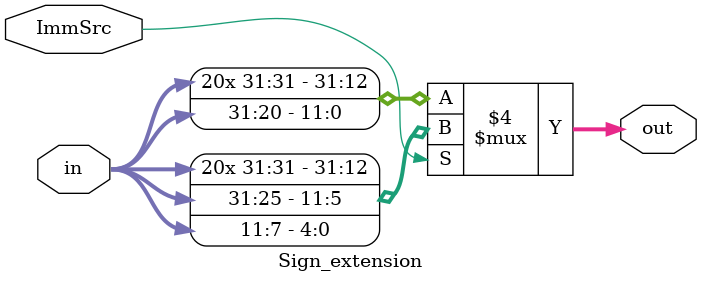
<source format=v>


`timescale 1ns / 1ps


module Decode_Cycle(clk, rst, InstrD, PCD, PCPlus4D,RegWriteW, RDW, ResultW,
                     ZeroE, ResultSrcE, MemWriteE, ALUSrcE, RegWriteE, 
                     PCSrcE, ALUControlE, RD1_E, RD2_E, ImmExtE,RdE, PCPlus4E, 
                     PCE, Rs1E, Rs2E,Rs1D_out, Rs2D_out, RdD_out);

input [31:0] InstrD, PCD, PCPlus4D, RDW, ResultW;
input clk, rst, RegWriteW, ZeroE;

output ResultSrcE, MemWriteE, ALUSrcE, RegWriteE, PCSrcE;
output [2:0] ALUControlE;
output [31:0] RD1_E, RD2_E, ImmExtE, PCPlus4E, PCE;
output [4:0] RdE; 
output [4:0] Rs1D_out, Rs2D_out, RdD_out;
output [4:0] Rs1E, Rs2E;


wire ResultSrcD, MemWriteD, ALUSrcD, RegWriteD, PCSrcD;
wire [2:0] ALUControlD;
wire [1:0] ImmSrcD;
wire [31:0] RD1_D, RD2_D, ImmExtD;
wire [4:0] regfile_a1, regfile_a2;

reg ResultSrcD_r, MemWriteD_r, ALUSrcD_r, RegWriteD_r, PCSrcD_r;
reg [2:0] ALUControlD_r;
reg [31:0] RD1_D_r, RD2_D_r, ImmExtD_r, PCPlus4D_r, PCD_r;
reg [4:0] RdD_r, Rs1D_r, Rs2D_r;


control_unit ctrl_block (
                        .Zero(ZeroE), 
                        .op(InstrD[6:0]), 
                        .funct3(InstrD[14:12]), 
                        .funct7_5(InstrD[30]), 
                        .PCSrc(PCSrcD), 
                        .ResultSrc(ResultSrcD), 
                        .MemWrite(MemWriteD), 
                        .ALUSrc(ALUSrcD), 
                        .ImmSrc(ImmSrcD), 
                        .RegWrite(RegWriteD), 
                        .ALUControl(ALUControlD)
                        );
 
                        
assign regfile_a1 = InstrD[19:15];
assign regfile_a2 = InstrD[24:20];

assign Rs1D_out = InstrD[19:15];
assign Rs2D_out = InstrD[24:20];
assign RdD_out = InstrD[11:7];

register_file reg_file (
    .A1(regfile_a1), 
    .A2(regfile_a2), 
    .A3(RDW), 
    .WE3(RegWriteW), 
    .WD3(ResultW), 
    .CLK(clk), 
    .RST(rst), 
    .RD1(RD1_D), 
    .RD2(RD2_D)
);
                                
              
Sign_extension extend_block (
                            .in(InstrD), 
                            .out(ImmExtD), 
                            .ImmSrc(ImmSrcD[0])
                            );


always @ (posedge clk or negedge rst) begin
    if (rst == 1'b0) begin
        ResultSrcD_r <= 1'b0;
        MemWriteD_r <= 1'b0;
        ALUSrcD_r <= 1'b0;
        RegWriteD_r <= 1'b0;
        PCSrcD_r <= 1'b0;
        ALUControlD_r <= 3'b000;
        RD1_D_r <= 32'h00000000;
        RD2_D_r <= 32'h00000000;
        ImmExtD_r <= 32'h00000000; 
        RdD_r <= 5'b00000;
        PCD_r <= 32'h00000000;
        PCPlus4D_r <= 32'h00000000;
        Rs1D_r <= 5'b00000;
        Rs2D_r <= 5'b00000;
    end
    else begin
        ResultSrcD_r <= ResultSrcD;
        MemWriteD_r <= MemWriteD;
        ALUSrcD_r <= ALUSrcD;
        RegWriteD_r <= RegWriteD;
        PCSrcD_r <= PCSrcD;
        ALUControlD_r <= ALUControlD;
        RD1_D_r <= RD1_D;
        RD2_D_r <= RD2_D;
        ImmExtD_r <= ImmExtD; 
        RdD_r <= InstrD[11:7];
        PCD_r <= PCD;
        PCPlus4D_r <= PCPlus4D;
        Rs1D_r <= InstrD[19:15];
        Rs2D_r <= InstrD[24:20]; 
    end
end

assign ResultSrcE = ResultSrcD_r;
assign MemWriteE = MemWriteD_r;
assign ALUSrcE = ALUSrcD_r;
assign RegWriteE = RegWriteD_r;
assign PCSrcE = PCSrcD_r;
assign ALUControlE = ALUControlD_r;
assign RD1_E = RD1_D_r;
assign RD2_E = RD2_D_r;
assign ImmExtE = ImmExtD_r;
assign RdE = RdD_r;
assign PCE = PCD;
assign PCPlus4E = PCPlus4D;
assign Rs1E = Rs1D_r;
assign Rs2E = Rs2D_r;

endmodule


//**********************************************************************************************************************//

//*************************************     CONTROL_UNIT      **********************************************************//

//**********************************************************************************************************************//

`timescale 1ns / 1ps
//////////////////////////////////////////////////////////////////////////////////
// Company: 
// Engineer: 
// 
// Create Date: 03.06.2025 00:45:35
// Design Name: 
// Module Name: Control_Unit
// Project Name: 
// Target Devices: 
// Tool Versions: 
// Description: 
// 
// Dependencies: 
// 
// Revision:
// Revision 0.01 - File Created
// Additional Comments:
// 
//////////////////////////////////////////////////////////////////////////////////


module control_unit(Zero, op, funct3, funct7_5, PCSrc, ResultSrc, MemWrite, ALUSrc, ImmSrc, RegWrite,ALUOp, ALUControl);
input Zero, funct7_5;
input [6:0] op;
input [2:0] funct3;

output PCSrc, ResultSrc, MemWrite, ALUSrc, RegWrite;
output [1:0] ImmSrc, ALUOp;
output [2:0] ALUControl; 


wire [1:0] aluop;
wire Branch;

main_decoder main_decoder_module(
                            .Zero(Zero), 
                            .op(op),
                            .Branch(Branch), 
                            .ResultSrc(ResultSrc), 
                            .MemWrite(MemWrite),
                            .ALUSrc(ALUSrc),
                            .ImmSrc(ImmSrc), 
                            .RegWrite(RegWrite), 
                            .ALUOp(aluop)
                            );

ALU__Decoder alu_decoder_module (
                                .op_5(op[5]), 
                                .funct3(funct3), 
                                .funct7_5(funct7_5), 
                                .ALUOp(aluop), 
                                .ALUControl(ALUControl)
                                );

assign PCSrc = Branch & Zero;

endmodule


//*************************************     MAIN_DECODER      **********************************************************//

`timescale 1ns / 1ps
//////////////////////////////////////////////////////////////////////////////////
// Company: 
// Engineer: 
// 
// Create Date: 01.06.2025 10:48:30
// Design Name: 
// Module Name: main_decoder
// Project Name: 
// Target Devices: 
// Tool Versions: 
// Description: 
// 
// Dependencies: 
// 
// Revision:
// Revision 0.01 - File Created
// Additional Comments:
// 
//////////////////////////////////////////////////////////////////////////////////


module Main_Decoder(Zero, op, Branch, ResultSrc, MemWrite,ALUSrc,ImmSrc, RegWrite, ALUOp);
input Zero;
input [6:0] op;
output RegWrite, ALUSrc, MemWrite, ResultSrc, Branch;
output [1:0] ImmSrc, ALUOp;

wire [31:0] PCSrc; 

assign RegWrite = ((op == 7'b0000011) | (op == 7'b0110011) | (op == 7'b0010011)) ? 1'b1 : 1'b0; // for load, immediate, r-type
assign ALUSrc = ((op == 7'b0000011) | (op == 7'b0100011) | (op == 7'b0110011)) ? 1'b1 : 1'b0; // for load, immediate, store type
assign MemWrite = (op == 7'b0100011) ? 1'b1 : 1'b0; // store- type
assign ResultSrc = ((op == 7'b0000011) | (op == 7'b0110011)) ? 1'b1 : 1'b0; // for load and immediate type
assign Branch = (op == 7'b1100011) ? 1'b1 : 1'b0; // for branch type
assign ImmSrc = (op == 7'b0100011) ? 2'b01 : (op == 7'b1100011) ? 2'b10 :2'b00; //for store- 01 , branch- 10 
assign ALUOp = (op == 7'b0110011) ? 2'b10 : (op == 7'b1100011) ? 2'b01 : 2'b00; // for branch- 01, r-type 10

assign PCSrc = Zero & Branch;
 
endmodule


//*************************************     ALU_DECODER      **********************************************************//

`timescale 1ns / 1ps
//////////////////////////////////////////////////////////////////////////////////
// Company: 
// Engineer: 
// 
// Create Date: 01.06.2025 12:28:32
// Design Name: 
// Module Name: ALU_Decoder
// Project Name: 
// Target Devices: 
// Tool Versions: 
// Description: 
// 
// Dependencies: 
// 
// Revision:
// Revision 0.01 - File Created
// Additional Comments:
// 
//////////////////////////////////////////////////////////////////////////////////


module ALU__Decoder(op_5, funct3, funct7_5, ALUOp, ALUControl);
input op_5;
input [2:0] funct3;
input funct7_5;
input [1:0] ALUOp;
output reg [2:0] ALUControl;

wire [1:0] concatenation;

assign concatenation = {op_5 , funct7_5};


always @(*) begin
    case (ALUOp)
      2'b00: ALUControl = 3'b000;  // ADD for load/store
      2'b01: ALUControl = 3'b001;  // SUB for BEQ
      2'b10: begin
        case (funct3)
          3'b000: ALUControl = (concatenation == 2'b11) ? 3'b001 : 3'b000; // ADD or SUB
          3'b111: ALUControl = 3'b010; // AND
          3'b110: ALUControl = 3'b011; // OR
          3'b100: ALUControl = 3'b100; // XOR
          3'b010: ALUControl = 3'b101; // SLT
          3'b001: ALUControl = 3'b110; // SLL
          3'b101: ALUControl = 3'b111; // SRL
          default: ALUControl = 3'b000;
        endcase
      end
      default: ALUControl = 3'b000;
    endcase
  end
endmodule


//**********************************************************************************************************************//

//*************************************    REGISTER_MEMORY    **********************************************************//

//**********************************************************************************************************************//


`timescale 1ns / 1ps
//////////////////////////////////////////////////////////////////////////////////
// Company: 
// Engineer: 
// 
// Create Date: 02.06.2025 15:28:25
// Design Name: 
// Module Name: Register_File
// Project Name: 
// Target Devices: 
// Tool Versions: 
// Description: 
// 
// Dependencies: 
// 
// Revision:
// Revision 0.01 - File Created
// Additional Comments:
// 
//////////////////////////////////////////////////////////////////////////////////


module register_file(A1, A2, A3, WE3, WD3, CLK, RST, RD1, RD2);
input [4:0] A1, A2, A3;
input CLK,RST;
input WE3;
input [31:0] WD3;
output [31:0] RD1, RD2;

reg [31:0] mem [31:0];

// READ OPERATION
assign RD1 = (RST == 1'b1) ? mem[A1] : 32'b00000000;
assign RD2 = (RST == 1'b1) ? mem[A2] : 32'b00000000;

// WRITE OPERATION
always @(posedge CLK)
    begin
    if (WE3 == 1'b1)
        begin
        mem[A3] <= WD3;
        end
    end
 
initial begin
    mem [9] = 32'h00000020;
end

endmodule


//**********************************************************************************************************************//

//*************************************     SIGN EXTENSION    **********************************************************//

//**********************************************************************************************************************//

`timescale 1ns / 1ps
//////////////////////////////////////////////////////////////////////////////////
// Company: 
// Engineer: 
// 
// Create Date: 02.06.2025 23:59:24
// Design Name: 
// Module Name: Sign_Extension
// Project Name: 
// Target Devices: 
// Tool Versions: 
// Description: 
// 
// Dependencies: 
// 
// Revision:
// Revision 0.01 - File Created
// Additional Comments:
// 
//////////////////////////////////////////////////////////////////////////////////


module Sign_extension(in, out, ImmSrc);
input [31:0] in;
input ImmSrc;
output reg [31:0] out;

always @(*) begin
    if (ImmSrc == 1'b1)
        out <= {{20{in[31]}}, in[31:25], in[11:7]}; 
    else
        out <= {{20{in[31]}}, in[31:20]};           
end

endmodule

</source>
